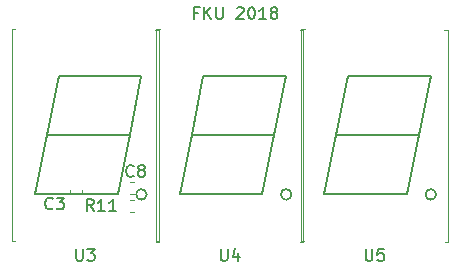
<source format=gbr>
G04 #@! TF.GenerationSoftware,KiCad,Pcbnew,(6.0.0-rc1-dev-950-ga5c892d9c)*
G04 #@! TF.CreationDate,2018-10-25T20:30:48+02:00*
G04 #@! TF.ProjectId,adc_7seg_v0,6164635F377365675F76302E6B696361,rev?*
G04 #@! TF.SameCoordinates,Original*
G04 #@! TF.FileFunction,Legend,Top*
G04 #@! TF.FilePolarity,Positive*
%FSLAX46Y46*%
G04 Gerber Fmt 4.6, Leading zero omitted, Abs format (unit mm)*
G04 Created by KiCad (PCBNEW (6.0.0-rc1-dev-950-ga5c892d9c)) date 25.10.2018 20:30:48*
%MOMM*%
%LPD*%
G01*
G04 APERTURE LIST*
%ADD10C,0.150000*%
%ADD11C,0.120000*%
G04 APERTURE END LIST*
D10*
X190571833Y-80129071D02*
X190238500Y-80129071D01*
X190238500Y-80652880D02*
X190238500Y-79652880D01*
X190714690Y-79652880D01*
X191095642Y-80652880D02*
X191095642Y-79652880D01*
X191667071Y-80652880D02*
X191238500Y-80081452D01*
X191667071Y-79652880D02*
X191095642Y-80224309D01*
X192095642Y-79652880D02*
X192095642Y-80462404D01*
X192143261Y-80557642D01*
X192190880Y-80605261D01*
X192286119Y-80652880D01*
X192476595Y-80652880D01*
X192571833Y-80605261D01*
X192619452Y-80557642D01*
X192667071Y-80462404D01*
X192667071Y-79652880D01*
X193857547Y-79748119D02*
X193905166Y-79700500D01*
X194000404Y-79652880D01*
X194238500Y-79652880D01*
X194333738Y-79700500D01*
X194381357Y-79748119D01*
X194428976Y-79843357D01*
X194428976Y-79938595D01*
X194381357Y-80081452D01*
X193809928Y-80652880D01*
X194428976Y-80652880D01*
X195048023Y-79652880D02*
X195143261Y-79652880D01*
X195238500Y-79700500D01*
X195286119Y-79748119D01*
X195333738Y-79843357D01*
X195381357Y-80033833D01*
X195381357Y-80271928D01*
X195333738Y-80462404D01*
X195286119Y-80557642D01*
X195238500Y-80605261D01*
X195143261Y-80652880D01*
X195048023Y-80652880D01*
X194952785Y-80605261D01*
X194905166Y-80557642D01*
X194857547Y-80462404D01*
X194809928Y-80271928D01*
X194809928Y-80033833D01*
X194857547Y-79843357D01*
X194905166Y-79748119D01*
X194952785Y-79700500D01*
X195048023Y-79652880D01*
X196333738Y-80652880D02*
X195762309Y-80652880D01*
X196048023Y-80652880D02*
X196048023Y-79652880D01*
X195952785Y-79795738D01*
X195857547Y-79890976D01*
X195762309Y-79938595D01*
X196905166Y-80081452D02*
X196809928Y-80033833D01*
X196762309Y-79986214D01*
X196714690Y-79890976D01*
X196714690Y-79843357D01*
X196762309Y-79748119D01*
X196809928Y-79700500D01*
X196905166Y-79652880D01*
X197095642Y-79652880D01*
X197190880Y-79700500D01*
X197238500Y-79748119D01*
X197286119Y-79843357D01*
X197286119Y-79890976D01*
X197238500Y-79986214D01*
X197190880Y-80033833D01*
X197095642Y-80081452D01*
X196905166Y-80081452D01*
X196809928Y-80129071D01*
X196762309Y-80176690D01*
X196714690Y-80271928D01*
X196714690Y-80462404D01*
X196762309Y-80557642D01*
X196809928Y-80605261D01*
X196905166Y-80652880D01*
X197095642Y-80652880D01*
X197190880Y-80605261D01*
X197238500Y-80557642D01*
X197286119Y-80462404D01*
X197286119Y-80271928D01*
X197238500Y-80176690D01*
X197190880Y-80129071D01*
X197095642Y-80081452D01*
D11*
G04 #@! TO.C,U3*
X187239000Y-81554500D02*
X186921500Y-81554500D01*
X187239000Y-99525000D02*
X187239000Y-81554500D01*
X186985000Y-99525000D02*
X187239000Y-99525000D01*
X174793000Y-99461500D02*
X175047000Y-99461500D01*
X174793000Y-99398000D02*
X174793000Y-99461500D01*
X174793000Y-97810500D02*
X174793000Y-99398000D01*
X174793000Y-81491000D02*
X175110500Y-81491000D01*
X174793000Y-97810500D02*
X174793000Y-81491000D01*
D10*
X176778000Y-95508000D02*
X183778000Y-95508000D01*
X178778000Y-85508000D02*
X185778000Y-85508000D01*
X178778000Y-85508000D02*
X177778000Y-90508000D01*
X186225214Y-95508000D02*
G75*
G03X186225214Y-95508000I-447214J0D01*
G01*
X185778000Y-85508000D02*
X184778000Y-90508000D01*
X177778000Y-90508000D02*
X176778000Y-95508000D01*
X183778000Y-95508000D02*
X184778000Y-90508000D01*
X184778000Y-90508000D02*
X177778000Y-90508000D01*
D11*
G04 #@! TO.C,U5*
X211739000Y-81554500D02*
X211421500Y-81554500D01*
X211739000Y-99525000D02*
X211739000Y-81554500D01*
X211485000Y-99525000D02*
X211739000Y-99525000D01*
X199293000Y-99461500D02*
X199547000Y-99461500D01*
X199293000Y-99398000D02*
X199293000Y-99461500D01*
X199293000Y-97810500D02*
X199293000Y-99398000D01*
X199293000Y-81491000D02*
X199610500Y-81491000D01*
X199293000Y-97810500D02*
X199293000Y-81491000D01*
D10*
X201278000Y-95508000D02*
X208278000Y-95508000D01*
X203278000Y-85508000D02*
X210278000Y-85508000D01*
X203278000Y-85508000D02*
X202278000Y-90508000D01*
X210725214Y-95508000D02*
G75*
G03X210725214Y-95508000I-447214J0D01*
G01*
X210278000Y-85508000D02*
X209278000Y-90508000D01*
X202278000Y-90508000D02*
X201278000Y-95508000D01*
X208278000Y-95508000D02*
X209278000Y-90508000D01*
X209278000Y-90508000D02*
X202278000Y-90508000D01*
D11*
G04 #@! TO.C,U4*
X199489000Y-81554500D02*
X199171500Y-81554500D01*
X199489000Y-99525000D02*
X199489000Y-81554500D01*
X199235000Y-99525000D02*
X199489000Y-99525000D01*
X187043000Y-99461500D02*
X187297000Y-99461500D01*
X187043000Y-99398000D02*
X187043000Y-99461500D01*
X187043000Y-97810500D02*
X187043000Y-99398000D01*
X187043000Y-81491000D02*
X187360500Y-81491000D01*
X187043000Y-97810500D02*
X187043000Y-81491000D01*
D10*
X189028000Y-95508000D02*
X196028000Y-95508000D01*
X191028000Y-85508000D02*
X198028000Y-85508000D01*
X191028000Y-85508000D02*
X190028000Y-90508000D01*
X198475214Y-95508000D02*
G75*
G03X198475214Y-95508000I-447214J0D01*
G01*
X198028000Y-85508000D02*
X197028000Y-90508000D01*
X190028000Y-90508000D02*
X189028000Y-95508000D01*
X196028000Y-95508000D02*
X197028000Y-90508000D01*
X197028000Y-90508000D02*
X190028000Y-90508000D01*
D11*
G04 #@! TO.C,R11*
X185138279Y-95946500D02*
X184812721Y-95946500D01*
X185138279Y-96966500D02*
X184812721Y-96966500D01*
G04 #@! TO.C,C8*
X185138279Y-94486000D02*
X184812721Y-94486000D01*
X185138279Y-95506000D02*
X184812721Y-95506000D01*
G04 #@! TO.C,C3*
X179766500Y-95150721D02*
X179766500Y-95476279D01*
X180786500Y-95150721D02*
X180786500Y-95476279D01*
G04 #@! TO.C,U3*
D10*
X180254095Y-100120380D02*
X180254095Y-100929904D01*
X180301714Y-101025142D01*
X180349333Y-101072761D01*
X180444571Y-101120380D01*
X180635047Y-101120380D01*
X180730285Y-101072761D01*
X180777904Y-101025142D01*
X180825523Y-100929904D01*
X180825523Y-100120380D01*
X181206476Y-100120380D02*
X181825523Y-100120380D01*
X181492190Y-100501333D01*
X181635047Y-100501333D01*
X181730285Y-100548952D01*
X181777904Y-100596571D01*
X181825523Y-100691809D01*
X181825523Y-100929904D01*
X181777904Y-101025142D01*
X181730285Y-101072761D01*
X181635047Y-101120380D01*
X181349333Y-101120380D01*
X181254095Y-101072761D01*
X181206476Y-101025142D01*
G04 #@! TO.C,U5*
X204754095Y-100120380D02*
X204754095Y-100929904D01*
X204801714Y-101025142D01*
X204849333Y-101072761D01*
X204944571Y-101120380D01*
X205135047Y-101120380D01*
X205230285Y-101072761D01*
X205277904Y-101025142D01*
X205325523Y-100929904D01*
X205325523Y-100120380D01*
X206277904Y-100120380D02*
X205801714Y-100120380D01*
X205754095Y-100596571D01*
X205801714Y-100548952D01*
X205896952Y-100501333D01*
X206135047Y-100501333D01*
X206230285Y-100548952D01*
X206277904Y-100596571D01*
X206325523Y-100691809D01*
X206325523Y-100929904D01*
X206277904Y-101025142D01*
X206230285Y-101072761D01*
X206135047Y-101120380D01*
X205896952Y-101120380D01*
X205801714Y-101072761D01*
X205754095Y-101025142D01*
G04 #@! TO.C,U4*
X192504095Y-100120380D02*
X192504095Y-100929904D01*
X192551714Y-101025142D01*
X192599333Y-101072761D01*
X192694571Y-101120380D01*
X192885047Y-101120380D01*
X192980285Y-101072761D01*
X193027904Y-101025142D01*
X193075523Y-100929904D01*
X193075523Y-100120380D01*
X193980285Y-100453714D02*
X193980285Y-101120380D01*
X193742190Y-100072761D02*
X193504095Y-100787047D01*
X194123142Y-100787047D01*
G04 #@! TO.C,R11*
X181729142Y-96906340D02*
X181395809Y-96430150D01*
X181157714Y-96906340D02*
X181157714Y-95906340D01*
X181538666Y-95906340D01*
X181633904Y-95953960D01*
X181681523Y-96001579D01*
X181729142Y-96096817D01*
X181729142Y-96239674D01*
X181681523Y-96334912D01*
X181633904Y-96382531D01*
X181538666Y-96430150D01*
X181157714Y-96430150D01*
X182681523Y-96906340D02*
X182110095Y-96906340D01*
X182395809Y-96906340D02*
X182395809Y-95906340D01*
X182300571Y-96049198D01*
X182205333Y-96144436D01*
X182110095Y-96192055D01*
X183633904Y-96906340D02*
X183062476Y-96906340D01*
X183348190Y-96906340D02*
X183348190Y-95906340D01*
X183252952Y-96049198D01*
X183157714Y-96144436D01*
X183062476Y-96192055D01*
G04 #@! TO.C,C8*
X185111093Y-93935822D02*
X185063474Y-93983441D01*
X184920617Y-94031060D01*
X184825379Y-94031060D01*
X184682521Y-93983441D01*
X184587283Y-93888203D01*
X184539664Y-93792965D01*
X184492045Y-93602489D01*
X184492045Y-93459632D01*
X184539664Y-93269156D01*
X184587283Y-93173918D01*
X184682521Y-93078680D01*
X184825379Y-93031060D01*
X184920617Y-93031060D01*
X185063474Y-93078680D01*
X185111093Y-93126299D01*
X185682521Y-93459632D02*
X185587283Y-93412013D01*
X185539664Y-93364394D01*
X185492045Y-93269156D01*
X185492045Y-93221537D01*
X185539664Y-93126299D01*
X185587283Y-93078680D01*
X185682521Y-93031060D01*
X185872998Y-93031060D01*
X185968236Y-93078680D01*
X186015855Y-93126299D01*
X186063474Y-93221537D01*
X186063474Y-93269156D01*
X186015855Y-93364394D01*
X185968236Y-93412013D01*
X185872998Y-93459632D01*
X185682521Y-93459632D01*
X185587283Y-93507251D01*
X185539664Y-93554870D01*
X185492045Y-93650108D01*
X185492045Y-93840584D01*
X185539664Y-93935822D01*
X185587283Y-93983441D01*
X185682521Y-94031060D01*
X185872998Y-94031060D01*
X185968236Y-93983441D01*
X186015855Y-93935822D01*
X186063474Y-93840584D01*
X186063474Y-93650108D01*
X186015855Y-93554870D01*
X185968236Y-93507251D01*
X185872998Y-93459632D01*
G04 #@! TO.C,C3*
X178263253Y-96673942D02*
X178215634Y-96721561D01*
X178072777Y-96769180D01*
X177977539Y-96769180D01*
X177834681Y-96721561D01*
X177739443Y-96626323D01*
X177691824Y-96531085D01*
X177644205Y-96340609D01*
X177644205Y-96197752D01*
X177691824Y-96007276D01*
X177739443Y-95912038D01*
X177834681Y-95816800D01*
X177977539Y-95769180D01*
X178072777Y-95769180D01*
X178215634Y-95816800D01*
X178263253Y-95864419D01*
X178596586Y-95769180D02*
X179215634Y-95769180D01*
X178882300Y-96150133D01*
X179025158Y-96150133D01*
X179120396Y-96197752D01*
X179168015Y-96245371D01*
X179215634Y-96340609D01*
X179215634Y-96578704D01*
X179168015Y-96673942D01*
X179120396Y-96721561D01*
X179025158Y-96769180D01*
X178739443Y-96769180D01*
X178644205Y-96721561D01*
X178596586Y-96673942D01*
G04 #@! TD*
M02*

</source>
